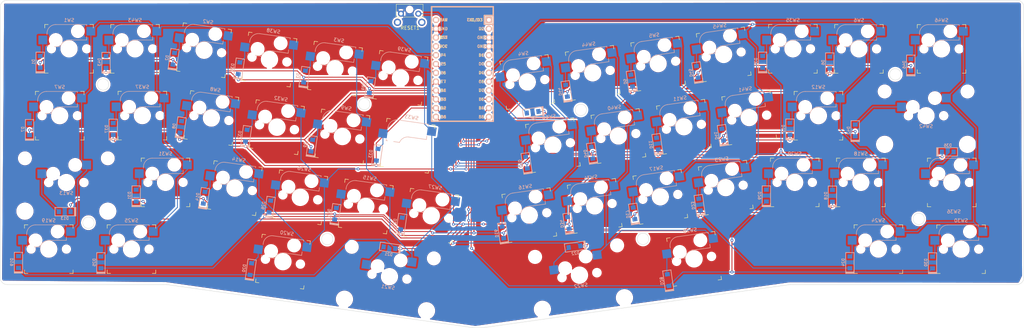
<source format=kicad_pcb>
(kicad_pcb (version 20210126) (generator pcbnew)
  (layers (0 "F.Cu" signal "Front") (31 "B.Cu" signal "Back") (34 "B.Paste" user) (35 "F.Paste" user) (36 "B.SilkS" user "B.Silkscreen") (37 "F.SilkS" user "F.Silkscreen") (38 "B.Mask" user) (39 "F.Mask" user) (44 "Edge.Cuts" user))
  (net 0 "")
  (net 1 "Net-(D1-Pad2)")
  (net 2 "ROW0")
  (net 3 "Net-(D2-Pad2)")
  (net 4 "ROW1")
  (net 5 "Net-(D3-Pad2)")
  (net 6 "ROW2")
  (net 7 "Net-(D4-Pad2)")
  (net 8 "ROW3")
  (net 9 "Net-(D5-Pad2)")
  (net 10 "ROW4")
  (net 11 "Net-(D6-Pad2)")
  (net 12 "ROW5")
  (net 13 "Net-(D7-Pad2)")
  (net 14 "ROW6")
  (net 15 "Net-(D8-Pad2)")
  (net 16 "ROW7")
  (net 17 "Net-(D9-Pad2)")
  (net 18 "Net-(D10-Pad2)")
  (net 19 "Net-(D11-Pad2)")
  (net 20 "Net-(D12-Pad2)")
  (net 21 "Net-(D13-Pad2)")
  (net 22 "Net-(D14-Pad2)")
  (net 23 "Net-(D15-Pad2)")
  (net 24 "Net-(D16-Pad2)")
  (net 25 "Net-(D17-Pad2)")
  (net 26 "Net-(D18-Pad2)")
  (net 27 "Net-(D19-Pad2)")
  (net 28 "Net-(D20-Pad2)")
  (net 29 "Net-(D21-Pad2)")
  (net 30 "Net-(D22-Pad2)")
  (net 31 "Net-(D23-Pad2)")
  (net 32 "Net-(D24-Pad2)")
  (net 33 "Net-(D25-Pad2)")
  (net 34 "Net-(D26-Pad2)")
  (net 35 "Net-(D27-Pad2)")
  (net 36 "Net-(D28-Pad2)")
  (net 37 "Net-(D29-Pad2)")
  (net 38 "Net-(D30-Pad2)")
  (net 39 "Net-(D31-Pad2)")
  (net 40 "Net-(D32-Pad2)")
  (net 41 "Net-(D33-Pad2)")
  (net 42 "Net-(D34-Pad2)")
  (net 43 "Net-(D35-Pad2)")
  (net 44 "Net-(D36-Pad2)")
  (net 45 "Net-(D37-Pad2)")
  (net 46 "Net-(D38-Pad2)")
  (net 47 "Net-(D39-Pad2)")
  (net 48 "Net-(D40-Pad2)")
  (net 49 "Net-(D41-Pad2)")
  (net 50 "Net-(D42-Pad2)")
  (net 51 "Net-(D43-Pad2)")
  (net 52 "Net-(D44-Pad2)")
  (net 53 "Net-(D45-Pad2)")
  (net 54 "Net-(D46-Pad2)")
  (net 55 "SCL")
  (net 56 "SDA")
  (net 57 "VCC")
  (net 58 "GND")
  (net 59 "/RESET")
  (net 60 "COL0")
  (net 61 "COL1")
  (net 62 "COL2")
  (net 63 "COL3")
  (net 64 "COL4")
  (net 65 "COL5")
  (net 67 "ENC_A")
  (net 68 "ENC_B")
  (footprint "keyswitches:Kailh_socket_MX" (layer "F.Cu") (at 294.5 118.24)
    (fp_text reference "SW29")
    (fp_text value "MXSwitch")
  )
  (footprint "keyswitches:Kailh_socket_MX" (layer "F.Cu") (at 145.29 102.34 -8)
    (fp_text reference "SW32")
    (fp_text value "MXSwitch")
  )
  (footprint "keebio:SW_Tactile_SPST_Angled_MJTP1117" (layer "F.Cu") (at 181.025 69.6225)
    (fp_text reference "RESET1")
    (fp_text value "SW_Push")
  )
  (footprint "keyswitches:Kailh_socket_MX" (layer "F.Cu") (at 162.02 85.47 -8)
    (fp_text reference "SW3")
    (fp_text value "MXSwitch")
  )
  (footprint "keyswitches:Kailh_socket_MX" (layer "F.Cu") (at 236.85 125.03 8)
    (fp_text reference "SW34")
    (fp_text value "MXSwitch")
  )
  (footprint "keyswitches:Kailh_socket_MX" (layer "F.Cu") (at 106.5 99)
    (fp_text reference "SW37")
    (fp_text value "MXSwitch")
  )
  (footprint "MX_Only:MXOnly-2.25U-Hotswap" (layer "F.Cu") (at 232.46 144.97 8)
    (fp_text reference "SW22")
    (fp_text value "MXSwitch")
  )
  (footprint "keyswitches:Kailh_socket_MX" (layer "F.Cu") (at 79.53 137.47)
    (fp_text reference "SW19")
    (fp_text value "MXSwitch")
  )
  (footprint "keyswitches:Kailh_socket_MX" (layer "F.Cu") (at 189.75 127.86 -8)
    (fp_text reference "SW27")
    (fp_text value "MXSwitch")
  )
  (footprint "keyswitches:Kailh_socket_MX" (layer "F.Cu") (at 262.56 102.21 8)
    (fp_text reference "SW11")
    (fp_text value "MXSwitch")
  )
  (footprint "keyswitches:Kailh_socket_MX" (layer "F.Cu") (at 182.96 107.69 -8)
    (fp_text reference "SW33")
    (fp_text value "MXSwitch")
  )
  (footprint "keyswitches:Kailh_socket_MX" (layer "F.Cu") (at 243.69 104.88 8)
    (fp_text reference "SW40")
    (fp_text value "MXSwitch")
  )
  (footprint "keyswitches:Kailh_socket_MX" (layer "F.Cu") (at 218.01 127.7 8)
    (fp_text reference "SW16")
    (fp_text value "MXSwitch")
  )
  (footprint "keyswitches:Kailh_socket_MX" (layer "F.Cu") (at 104.39 79.75)
    (fp_text reference "SW43")
    (fp_text value "MXSwitch")
  )
  (footprint "keyswitches:Kailh_socket_MX" (layer "F.Cu") (at 170.9 125.18 -8)
    (fp_text reference "SW15")
    (fp_text value "MXSwitch")
  )
  (footprint "keyswitches:Kailh_socket_MX" (layer "F.Cu") (at 152.02 122.55 -8)
    (fp_text reference "SW26")
    (fp_text value "MXSwitch")
  )
  (footprint "keyswitches:Kailh_socket_MX" (layer "F.Cu") (at 281.38 99.57 8)
    (fp_text reference "SW41")
    (fp_text value "MXSwitch")
  )
  (footprint "keyswitches:Kailh_socket_MX" (layer "F.Cu") (at 113.17 118.24)
    (fp_text reference "SW31")
    (fp_text value "MXSwitch")
  )
  (footprint "keyswitches:Kailh_socket_MX" (layer "F.Cu") (at 342.44 137.49)
    (fp_text reference "SW30")
    (fp_text value "MXSwitch")
  )
  (footprint "keyswitches:Kailh_socket_MX" (layer "F.Cu") (at 180.9 88.13 -8)
    (fp_text reference "SW39")
    (fp_text value "MXSwitch")
  )
  (footprint "keyswitches:Kailh_socket_MX" (layer "F.Cu") (at 133.15 119.9 -8)
    (fp_text reference "SW14")
    (fp_text value "MXSwitch")
  )
  (footprint "keyswitches:Kailh_socket_MX" (layer "F.Cu") (at 265.49 140.280001 8)
    (fp_text reference "SW28")
    (fp_text value "MXSwitch")
  )
  (footprint "keyswitches:Kailh_socket_MX" (layer "F.Cu") (at 126.39 99.71 -8)
    (fp_text reference "SW8")
    (fp_text value "MXSwitch")
  )
  (footprint "keyswitches:Kailh_socket_MX" (layer "F.Cu") (at 224.81 107.53 8)
    (fp_text reference "SW10")
    (fp_text value "MXSwitch")
  )
  (footprint "keyswitches:Kailh_socket_MX" (layer "F.Cu") (at 143.13 82.83 -8)
    (fp_text reference "SW38")
    (fp_text value "MXSwitch")
  )
  (footprint "keyswitches:Kailh_socket_MX" (layer "F.Cu") (at 103.36 137.47)
    (fp_text reference "SW25")
    (fp_text value "MXSwitch")
  )
  (footprint "keyswitches:Kailh_socket_MX" (layer "F.Cu") (at 313 79.77)
    (fp_text reference "SW6")
    (fp_text value "MXSwitch")
  )
  (footprint "keyswitches:Kailh_socket_MX" (layer "F.Cu") (at 236.28 86.675031 8)
    (fp_text reference "SW44")
    (fp_text value "MXSwitch")
  )
  (footprint "keyswitches:Kailh_socket_MX" (layer "F.Cu") (at 293.97 79.75)
    (fp_text reference "SW35")
    (fp_text value "MXSwitch")
  )
  (footprint "keyswitches:Kailh_socket_MX" (layer "F.Cu") (at 217.44 89.325031 8)
    (fp_text reference "SW4")
    (fp_text value "MXSwitch")
  )
  (footprint "keyswitches:Kailh_socket_MX" (layer "F.Cu") (at 124.29 80.17 -8)
    (fp_text reference "SW2")
    (fp_text value "MXSwitch")
  )
  (footprint "keyswitches:Kailh_socket_MX" (layer "F.Cu") (at 164.14 105.02 -8)
    (fp_text reference "SW9")
    (fp_text value "MXSwitch")
  )
  (footprint "keyswitches:Kailh_socket_MX" (layer "F.Cu") (at 318.61 137.47)
    (fp_text reference "SW24")
    (fp_text value "MXSwitch")
  )
  (footprint "keyswitches:Kailh_socket_MX" (layer "F.Cu") (at 255.77 122.41 8)
    (fp_text reference "SW17")
    (fp_text value "MXSwitch")
  )
  (footprint "keyswitches:Kailh_socket_MX" (layer "F.Cu") (at 147.01 141.08 -8)
    (fp_text reference "SW20")
    (fp_text value "MXSwitch")
  )
  (footprint "keyswitches:Kailh_socket_MX" (layer "F.Cu") (at 274.03 81.365031 8)
    (fp_text reference "SW45")
    (fp_text value "MXSwitch")
  )
  (footprint "keyswitches:Kailh_socket_MX" (layer "F.Cu") (at 336.805 79.77)
    (fp_text reference "SW46")
    (fp_text value "MXSwitch")
  )
  (footprint "MX_Only:MXOnly-2U-Hotswap" (layer "F.Cu") (at 177.71 145.4 -8)
    (fp_text reference "SW21")
    (fp_text value "MXSwitch")
  )
  (footprint "keyswitches:Kailh_socket_MX" (layer "F.Cu") (at 301.33 99.03)
    (fp_text reference "SW12")
    (fp_text value "MXSwitch")
  )
  (footprint "keyswitches:Kailh_socket_MX" (layer "F.Cu") (at 255.15 84.025031 8)
    (fp_text reference "SW5")
    (fp_text value "MXSwitch")
  )
  (footprint "keyswitches:Kailh_socket_MX" (layer "F.Cu") (at 82.69 99.02)
    (fp_text reference "SW7")
    (fp_text value "MXSwitch")
  )
  (footprint "keyswitches:Kailh_socket_MX" (layer "F.Cu") (at 85.37 79.74)
    (fp_text reference "SW1")
    (fp_text value "MXSwitch")
  )
  (footprint "MX_Only:MXOnly-2U-Hotswap" (layer "F.Cu") (at 332.35 99.02555)
    (fp_text reference "SW42")
    (fp_text value "MXSwitch")
  )
  (footprint "keyswitches:Kailh_socket_MX" (layer "F.Cu") (at 339.75 118.26)
    (fp_text reference "SW36")
    (fp_text value "MXSwitch")
  )
  (footprint "keyswitches:Kailh_socket_MX" (layer "F.Cu") (at 274.62 119.76 8)
    (fp_text reference "SW23")
    (fp_text value "MXSwitch")
  )
  (footprint "MX_Only:MXOnly-2U-Hotswap" (layer "F.Cu") (at 84.6 118.28555)
    (fp_text reference "SW13")
    (fp_text value "MXSwitch")
  )
  (footprint "keyswitches:Kailh_socket_MX" (layer "F.Cu") (at 313.55 118.25)
    (fp_text reference "SW18")
    (fp_text value "MXSwitch")
  )
  (footprint "keyboard_parts:D_SOD123" (layer "B.Cu") (at 229.26025 129.918475 98)
    (fp_text reference "D34")
    (fp_text value "1N4148" hide)
  )
  (footprint "keyboard_parts:D_SOD123" (layer "B.Cu") (at 305.37 122.1075 90)
    (fp_text reference "D18")
    (fp_text value "1N4148" hide)
  )
  (footprint "keyboard_parts:D_SOD123" (layer "B.Cu") (at 236.08025 109.698475 98)
    (fp_text reference "D40")
    (fp_text value "1N4148" hide)
  )
  (footprint "keyboard_parts:D_SOD123" (layer "B.Cu") (at 231.04 136.78 -172)
    (fp_text reference "D22")
    (fp_text value "1N4148" hide)
  )
  (footprint "keyboard_parts:D_SOD123" (layer "B.Cu") (at 137.759751 143.228475 82)
    (fp_text reference "D20")
    (fp_text value "1N4148" hide)
  )
  (footprint "keyboard_parts:D_SOD123" (layer "B.Cu") (at 267.08025 124.648475 98)
    (fp_text reference "D23")
    (fp_text value "1N4148" hide)
  )
  (footprint "keyboard_parts:D_SOD123" (layer "B.Cu") (at 247.52025 88.898475 98)
    (fp_text reference "D5")
    (fp_text value "1N4148" hide)
  )
  (footprint "keyboard_parts:D_SOD123" (layer "B.Cu") (at 124.3 122.66 82)
    (fp_text reference "D14")
    (fp_text value "1N4148" hide)
  )
  (footprint "keyboard_parts:D_SOD123" (layer "B.Cu") (at 115.539751 82.608475 82)
    (fp_text reference "D2")
    (fp_text value "1N4148" hide)
  )
  (footprint "keyboard_parts:D_SOD123" (layer "B.Cu") (at 293.13 102.7875 90)
    (fp_text reference "D12")
    (fp_text value "1N4148" hide)
  )
  (footprint "keyboard_parts:D_SOD123" (layer "B.Cu") (at 155.329751 107.648475 82)
    (fp_text reference "D9")
    (fp_text value "1N4148" hide)
  )
  (footprint "keyboard_parts:D_SOD123" (layer "B.Cu") (at 96.03 83.5675 90)
    (fp_text reference "D43")
    (fp_text value "1N4148" hide)
  )
  (footprint "keyboard_parts:D_SOD123" (layer "B.Cu") (at 181.169751 130.098475 82)
    (fp_text reference "D27")
    (fp_text value "1N4148" hide)
  )
  (footprint "keyboard_parts:D_SOD123" (layer "B.Cu") (at 84.13 126.68 180)
    (fp_text reference "D13")
    (fp_text value "1N4148" hide)
  )
  (footprint "keyboard_parts:D_SOD123" (layer "B.Cu") (at 94.56 141.2975 90)
    (fp_text reference "D25")
    (fp_text value "1N4148" hide)
  )
  (footprint "keyboard_parts:D_SOD123" (layer "B.Cu") (at 210.41025 132.668475 98)
    (fp_text reference "D16")
    (fp_text value "1N4148" hide)
  )
  (footprint "keyboard_parts:D_SOD123" (layer "B.Cu") (at 217.20025 112.558475 98)
    (fp_text reference "D10")
    (fp_text value "1N4148" hide)
  )
  (footprint "keyboard_parts:D_SOD123" (layer "B.Cu") (at 134.349751 85.338475 82)
    (fp_text reference "D38")
    (fp_text value "1N4148" hide)
  )
  (footprint "keyboard_parts:D_SOD123" (layer "B.Cu") (at 172.139751 90.768475 82)
    (fp_text reference "D39")
    (fp_text value "1N4148" hide)
  )
  (footprint "keyboard_parts:D_SOD123" (layer "B.Cu") (at 77.05 83.5175 90)
    (fp_text reference "D1")
    (fp_text value "1N4148" hide)
  )
  (footprint "keyboard_parts:D_SOD123" (layer "B.Cu") (at 286.33 122.0475 90)
    (fp_text reference "D29")
    (fp_text value "1N4148" hide)
  )
  (footprint "keyboard_parts:D_SOD123" (layer "B.Cu") (at 73.99 102.9175 90)
    (fp_text reference "D7")
    (fp_text value "1N4148" hide)
  )
  (footprint "keyboard_parts:D_SOD123" (layer "B.Cu") (at 310.4 141.2775 90)
    (fp_text reference "D24")
    (fp_text value "1N4148" hide)
  )
  (footprint "keyboard_parts:D_SOD123" (layer "B.Cu") (at 304.6 83.7075 90)
    (fp_text reference "D6")
    (fp_text value "1N4148" hide)
  )
  (footprint "keyboard_parts:D_SOD123" (layer "B.Cu") (at 266.42025 86.398475 98)
    (fp_text reference "D45")
    (fp_text value "1N4148" hide)
  )
  (footprint "keyboard_parts:D_SOD123" (layer "B.Cu") (at 153.229751 87.738475 82)
    (fp_text reference "D3")
    (fp_text value "1N4148" hide)
  )
  (footprint "keyboard_parts:D_SOD123" (layer "B.Cu") (at 273.76025 104.488475 98)
    (fp_text reference "D41")
    (fp_text value "1N4148" hide)
  )
  (footprint "keyboard_parts:D_SOD123" (layer "B.Cu") (at 334.21 141.3275 90)
    (fp_text reference "D30")
    (fp_text value "1N4148" hide)
  )
  (footprint "keyboard_parts:D_SOD123" (layer "B.Cu") (at 285.25 83.4975 90)
    (fp_text reference "D35")
    (fp_text value "1N4148" hide)
  )
  (footprint "keyboard_parts:D_SOD123" (layer "B.Cu") (at 218.97 98.03 -172)
    (fp_text reference "D4")
    (fp_text value "1N4148" hide)
  )
  (footprint "keyboard_parts:D_SOD123" (layer "B.Cu") (at 338.6 109.46)
    (fp_text reference "D36")
    (fp_text value "1N4148" hide)
  )
  (footprint "keyboard_parts:D_SOD123" (layer "B.Cu") (at 98.1 102.8275 90)
    (fp_text reference "D37")
    (fp_text value "1N4148" hide)
  )
  (footprint "keyboard_parts:D_SOD123" (layer "B.Cu") (at 228.73025 91.848475 98)
    (fp_text reference "D44")
    (fp_text value "1N4148" hide)
  )
  (footprint "keebio:ArduinoProMicro" (layer "B.Cu") (at 198.73 85.39 -90)
    (fp_text reference "U1" hide)
    (fp_text value "ProMicro" hide)
  )
  (footprint "keyboard_parts:D_SOD123" (layer "B.Cu") (at 311.93 103.27 90)
    (fp_text reference "D42")
    (fp_text value "1N4148" hide)
  )
  (footprint "keyboard_parts:D_SOD123" (layer "B.Cu") (at 162.169751 127.278475 82)
    (fp_text reference "D15")
    (fp_text value "1N4148" hide)
  )
  (footprint "keyboard_parts:D_SOD123" (layer "B.Cu") (at 104.71 122.0475 90)
    (fp_text reference "D31")
    (fp_text value "1N4148" hide)
  )
  (footprint "keyboard_parts:D_SOD123" (layer "B.Cu") (at 254.91025 107.078475 98)
    (fp_text reference "D11")
    (fp_text value "1N4148" hide)
  )
  (footprint "keyboard_parts:D_SOD123" (layer "B.Cu") (at 248.19025 127.158475 98)
    (fp_text reference "D17")
    (fp_text value "1N4148" hide)
  )
  (footprint "keyboard_parts:D_SOD123" (layer "B.Cu") (at 117.569751 102.268475 82)
    (fp_text reference "D8")
    (fp_text value "1N4148" hide)
  )
  (footprint "keyboard_parts:D_SOD123" (layer "B.Cu") (at 174.169751 110.258475 82)
    (fp_text reference "D33")
    (fp_text value "1N4148" hide)
  )
  (footprint "keyboard_parts:D_SOD123" (layer "B.Cu") (at 258.020249 146.398475 98)
    (fp_text reference "D28")
    (fp_text value "1N4148" hide)
  )
  (footprint "keyboard_parts:D_SOD123" (layer "B.Cu") (at 327.96 84.36 90)
    (fp_text reference "D46")
    (fp_text value "1N4148" hide)
  )
  (footprint "keyboard_parts:D_SOD123" (layer "B.Cu") (at 70.8 141.1875 90)
    (fp_text reference "D19")
    (fp_text value "1N4148" hide)
  )
  (footprint "keyboard_parts:D_SOD123" (layer "B.Cu") (at 177.72 137.05 172)
    (fp_text reference "D21")
    (fp_text value "1N4148" hide)
  )
  (footprint "keyboard_parts:D_SOD123" (layer "B.Cu") (at 143.239751 125.178475 82)
    (fp_text reference "D26")
    (fp_text value "1N4148" hide)
  )
  (footprint "keyboard_parts:D_SOD123" (layer "B.Cu") (at 136.449751 104.768475 82)
    (fp_text reference "D32")
    (fp_text value "1N4148" hide)
  )
  (gr_arc (start 358.52 67.73) (end 360.52 67.73006) (angle -90.00174353) (layer "Edge.Cuts") (width 0.1))
  (gr_circle (center 330.23746 128.750352) (end 331.88746 128.750352) (layer "Edge.Cuts") (width 0.1) (fill none))
  (gr_line (start 183.863332 65.73) (end 67.53556 65.73) (layer "Edge.Cuts") (width 0.1))
  (gr_circle (center 323.477109 87.117916) (end 325.127109 87.117916) (layer "Edge.Cuts") (width 0.1) (fill none))
  (gr_line (start 358.52 65.73) (end 222.363332 65.73) (layer "Edge.Cuts") (width 0.1))
  (gr_line (start 113.437514 147.679253) (end 201.633889 160.074438) (layer "Edge.Cuts") (width 0.1))
  (gr_circle (center 250.784413 134.521942) (end 252.434413 134.521942) (layer "Edge.Cuts") (width 0.1) (fill none))
  (gr_arc (start 203.303965 148.191221) (end 201.633889 160.074438) (angle -16.00000305) (layer "Edge.Cuts") (width 0.1))
  (gr_circle (center 90.965971 129.855207) (end 92.615971 129.855207) (layer "Edge.Cuts") (width 0.1) (fill none))
  (gr_line (start 204.974044 160.074438) (end 293.170291 147.679253) (layer "Edge.Cuts") (width 0.1))
  (gr_arc (start 67.535561 145.679253) (end 65.535561 145.679253) (angle -90) (layer "Edge.Cuts") (width 0.1))
  (gr_circle (center 95.186098 90.021329) (end 96.836098 90.021329) (layer "Edge.Cuts") (width 0.1) (fill none))
  (gr_line (start 65.535561 67.73) (end 65.535561 145.679253) (layer "Edge.Cuts") (width 0.1))
  (gr_circle (center 232.869999 97.343912) (end 234.519999 97.343912) (layer "Edge.Cuts") (width 0.1) (fill none))
  (gr_line (start 360.517628 145.679313) (end 360.52 67.73006) (layer "Edge.Cuts") (width 0.1))
  (gr_arc (start 67.535561 67.73) (end 67.53556 65.73) (angle -90) (layer "Edge.Cuts") (width 0.1))
  (gr_line (start 293.170291 147.679253) (end 358.517628 147.679252) (layer "Edge.Cuts") (width 0.1))
  (gr_circle (center 159.795207 134.57969) (end 161.445207 134.57969) (layer "Edge.Cuts") (width 0.1) (fill none))
  (gr_line (start 67.53556 147.679253) (end 113.437514 147.679253) (layer "Edge.Cuts") (width 0.1))
  (gr_line (start 222.363332 65.73) (end 183.863332 65.73) (layer "Edge.Cuts") (width 0.1))
  (gr_arc (start 358.517628 145.679253) (end 358.517628 147.679252) (angle -89.99825647) (layer "Edge.Cuts") (width 0.1))
  (gr_circle (center 170.448454 95.672181) (end 172.098454 95.672181) (layer "Edge.Cuts") (width 0.1) (fill none))
  (segment (start 77.81 77.2) (end 77.81 81.1075) (width 0.25) (layer "B.Cu") (net 1))
  (segment (start 77.81 81.1075) (end 77.05 81.8675) (width 0.25) (layer "B.Cu") (net 1))
  (segment (start 247.75 92.08) (end 240.12 99.71) (width 0.25) (layer "F.Cu") (net 2))
  (segment (start 198.82 96.91) (end 199.07 97.16) (width 0.25) (layer "F.Cu") (net 2))
  (segment (start 191.11 89.2) (end 198.82 96.91) (width 0.25) (layer "F.Cu") (net 2))
  (segment (start 199.07 106.38) (end 199.08 106.39) (width 0.25) (layer "F.Cu") (net 2))
  (segment (start 304.6 86.9) (end 299.42 92.08) (width 0.25) (layer "F.Cu") (net 2))
  (segment (start 299.42 92.08) (end 247.75 92.08) (width 0.25) (layer "F.Cu") (net 2))
  (segment (start 191.11 89.2) (end 189.12 91.19) (width 0.25) (layer "F.Cu") (net 2))
  (segment (start 199.07 106.12) (end 199.07 106.38) (width 0.25) (layer "F.Cu") (net 2))
  (segment (start 224.14 99.71) (end 222.26 97.83) (width 0.25) (layer "F.Cu") (net 2))
  (segment (start 189.12 91.19) (end 173.2 91.19) (width 0.25) (layer "F.Cu") (net 2))
  (segment (start 199.07 97.16) (end 199.07 106.12) (width 0.25) (layer "F.Cu") (net 2))
  (segment (start 169.95 87.94) (end 169.97 87.94) (width 0.25) (layer "F.Cu") (net 2))
  (segment (start 224.14 99.71) (end 212.38 99.71) (width 0.25) (layer "F.Cu") (net 2))
  (segment (start 153.01 87.94) (end 151.15998 86.08998) (width 0.25) (layer "F.Cu") (net 2))
  (segment (start 153.01 87.94) (end 169.95 87.94) (width 0.25) (layer "F.Cu") (net 2))
  (segment (start 212.38 99.71) (end 205.75 106.34) (width 0.25) (layer "F.Cu") (net 2))
  (segment (start 173.2 91.19) (end 169.95 87.94) (width 0.25) (layer "F.Cu") (net 2))
  (segment (start 118.54998 86.08998) (end 115.3 82.84) (width 0.25) (layer "F.Cu") (net 2))
  (segment (start 151.15998 86.08998) (end 118.54998 86.08998) (width 0.25) (layer "F.Cu") (net 2))
  (segment (start 240.12 99.71) (end 224.14 99.71) (width 0.25) (layer "F.Cu") (net 2))
  (segment (start 115.3 82.84) (end 77.89 82.84) (width 0.25) (layer "F.Cu") (net 2))
  (segment (start 77.89 82.84) (end 77.04 83.69) (width 0.25) (layer "F.Cu") (net 2))
  (via (at 304.6 86.9) (size 0.8) (drill 0.4) (layers "F.Cu" "B.Cu") (net 2))
  (via (at 115.3 82.84) (size 0.8) (drill 0.4) (layers "F.Cu" "B.Cu") (net 2))
  (via (at 153.01 87.94) (size 0.8) (drill 0.4) (layers "F.Cu" "B.Cu") (net 2))
  (via (at 247.75 92.08) (size 0.8) (drill 0.4) (layers "F.Cu" "B.Cu") (net 2))
  (via (at 222.26 97.83) (size 0.8) (drill 0.4) (layers "F.Cu" "B.Cu") (net 2))
  (via (at 77.04 83.69) (size 0.8) (drill 0.4) (layers "F.Cu" "B.Cu") (net 2))
  (via (at 199.08 106.39) (size 0.8) (drill 0.4) (layers "F.Cu" "B.Cu") (net 2))
  (via (at 205.75 106.34) (size 0.8) (drill 0.4) (layers "F.Cu" "B.Cu") (net 2))
  (segment (start 77.04 85.1575) (end 77.05 85.1675) (width 0.25) (layer "B.Cu") (net 2))
  (segment (start 115.310115 84.242417) (end 115.310115 82.850115) (width 0.25) (layer "B.Cu") (net 2))
  (segment (start 77.04 83.69) (end 77.04 85.1575) (width 0.25) (layer "B.Cu") (net 2))
  (segment (start 199.13 106.34) (end 199.08 106.39) (width 0.25) (layer "B.Cu") (net 2))
  (segment (start 153.000115 87.949885) (end 153.01 87.94) (width 0.25) (layer "B.Cu") (net 2))
  (segment (start 247.749886 90.532417) (end 247.749886 92.079886) (width 0.25) (layer "B.Cu") (net 2))
  (segment (start 247.749886 92.079886) (end 247.75 92.08) (width 0.25) (layer "B.Cu") (net 2))
  (segment (start 222.230364 97.800364) (end 222.26 97.83) (width 0.25) (layer "B.Cu") (net 2))
  (segment (start 205.75 106.34) (end 199.13 106.34) (width 0.25) (layer "B.Cu") (net 2))
  (segment (start 304.6 85.3575) (end 304.6 86.9) (width 0.25) (layer "B.Cu") (net 2))
  (segment (start 115.310115 82.850115) (end 115.3 82.84) (width 0.25) (layer "B.Cu") (net 2))
  (segment (start 220.603942 97.800364) (end 222.230364 97.800364) (width 0.25) (layer "B.Cu") (net 2))
  (segment (start 153.000115 89.372417) (end 153.000115 87.949885) (width 0.25) (layer "B.Cu") (net 2))
  (segment (start 117.157073 76.60257) (end 117.157073 79.586847) (width 0.25) (layer "B.Cu") (net 3))
  (segment (start 117.157073 79.586847) (end 115.769387 80.974533) (width 0.25) (layer "B.Cu") (net 3))
  (segment (start 191.11 94.28) (end 189.31 92.48) (width 0.25) (layer "F.Cu") (net 4))
  (segment (start 155.11 107.91) (end 153.12 105.92) (width 0.25) (layer "F.Cu") (net 4))
  (segment (start 155.11 104.04) (end 155.92 103.23) (width 0.25) (layer "F.Cu") (net 4))
  (segment (start 114.51 103.17) (end 117.26 105.92) (width 0.25) (layer "F.Cu") (net 4))
  (segment (start 166.67 92.48) (end 189.31 92.48) (width 0.25) (layer "F.Cu") (net 4))
  (segment (start 197.57 102.67) (end 197.57 112.71) (width 0.25) (layer "F.Cu") (net 4))
  (segment (start 270.532995 110.34) (end 255.15 110.34) (width 0.25) (layer "F.Cu") (net 4))
  (segment (start 274.862995 106.01) (end 270.532995 110.34) (width 0.25) (layer "F.Cu") (net 4))
  (segment (start 155.92 103.23) (end 166.67 92.48) (width 0.25) (layer "F.Cu") (net 4))
  (segment (start 293.12 106.01) (end 274.862995 106.01) (width 0.25) (layer "F.Cu") (net 4))
  (segment (start 255.15 110.34) (end 219.81 110.34) (width 0.25) (layer "F.Cu") (net 4))
  (segment (start 191.11 94.28) (end 197.57 100.74) (width 0.25) (layer "F.Cu") (net 4))
  (segment (start 74 103.17) (end 114.51 103.17) (width 0.25) (layer "F.Cu") (net 4))
  (segment (start 153.12 105.92) (end 117.26 105.92) (width 0.25) (layer "F.Cu") (net 4))
  (segment (start 153.23 105.92) (end 166.67 92.48) (width 0.25) (layer "F.Cu") (net 4))
  (segment (start 219.81 110.34) (end 217.32 112.83) (width 0.25) (layer "F.Cu") (net 4))
  (segment (start 197.57 100.74) (end 197.57 102.67) (width 0.25) (layer "F.Cu") (net 4))
  (via (at 74 103.17) (size 0.8) (drill 0.4) (layers "F.Cu" "B.Cu") (net 4))
  (via (at 155.11 107.91) (size 0.8) (drill 0.4) (layers "F.Cu" "B.Cu") (net 4))
  (via (at 255.15 110.34) (size 0.8) (drill 0.4) (layers "F.Cu" "B.Cu") (net 4))
  (via (at 293.12 106.01) (size 0.8) (drill 0.4) (layers "F.Cu" "B.Cu") (net 4))
  (via (at 197.615 112.71) (size 0.8) (drill 0.4) (layers "F.Cu" "B.Cu") (net 4))
  (via (at 217.32 112.83) (size 0.8) (drill 0.4) (layers "F.Cu" "B.Cu") (net 4))
  (via (at 117.26 105.92) (size 0.8) (drill 0.4) (layers "F.Cu" "B.Cu") (net 4))
  (segment (start 217.32 112.83) (end 217.2 112.71) (width 0.25) (layer "B.Cu") (net 4))
  (segment (start 117.26 103.982532) (end 117.340115 103.902417) (width 0.25) (layer "B.Cu") (net 4))
  (segment (start 217.32 114.082531) (end 217.429886 114.192417) (width 0.25) (layer "B.Cu") (net 4))
  (segment (start 293.13 106) (end 293.12 106.01) (width 0.25) (layer "B.Cu") (net 4))
  (segment (start 73.99 103.18) (end 74 103.17) (width 0.25) (layer "B.Cu") (net 4))
  (segment (start 117.26 105.92) (end 117.26 103.982532) (width 0.25) (layer "B.Cu") (net 4))
  (segment (start 155.100115 107.919885) (end 155.11 107.91) (width 0.25) (layer "B.Cu") (net 4))
  (segment (start 73.99 104.5675) (end 73.99 103.18) (width 0.25) (layer "B.Cu") (net 4))
  (segment (start 255.139886 110.329886) (end 255.15 110.34) (width 0.25) (layer "B.Cu") (net 4))
  (segment (start 155.100115 109.282417) (end 155.100115 107.919885) (width 0.25) (layer "B.Cu") (net 4))
  (segment (start 217.2 112.71) (end 197.615 112.71) (width 0.25) (layer "B.Cu") (net 4))
  (segment (start 217.32 112.83) (end 217.32 114.082531) (width 0.25) (layer "B.Cu") (net 4))
  (segment (start 255.139886 108.712417) (end 255.139886 110.329886) (width 0.25) (layer "B.Cu") (net 4))
  (segment (start 293.13 104.4375) (end 293.13 106) (width 0.25) (layer "B.Cu") (net 4))
  (segment (start 154.887073 84.676847) (end 153.459387 86.104533) (width 0.25) (layer "B.Cu") (net 5))
  (segment (start 154.887073 81.90257) (end 154.887073 84.676847) (width 0.25) (layer "B.Cu") (net 5))
  (segment (start 206.35 99.36) (end 202.05 103.66) (width 0.25) (layer "F.Cu") (net 6))
  (segment (start 87.62 122.89) (end 85.81 124.7) (width 0.25) (layer "F.Cu") (net 6))
  (segment (start 128.521266 127.351266) (end 127.91 126.74) (width 0.25) (layer "F.Cu") (net 6))
  (segment (start 210.63 132.8) (end 211.70002 131.72998) (width 0.25) (layer "F.Cu") (net 6))
  (segment (start 176.09 127.59) (end 162.188734 127.59) (width 0.25) (layer "F.Cu") (net 6))
  (segment (start 248.43 127.31) (end 248.81 126.93) (width 0.25) (layer "F.Cu") (net 6))
  (segment (start 303.62 126.93) (end 305.4 125.15) (width 0.25) (layer "F.Cu") (net 6))
  (segment (start 190.15 132.8) (end 189.764989 132.414989) (width 0.25) (layer "F.Cu") (net 6))
  (segment (start 124.06 122.89) (end 127.91 126.74) (width 0.25) (layer "F.Cu") (net 6))
  (segment (start 269.11 126.93) (end 303.62 126.93) (width 0.25) (layer "F.Cu") (net 6))
  (segment (start 162.188734 127.59) (end 161.95 127.351266) (width 0.25) (layer "F.Cu") (net 6))
  (segment (start 206.35 99.36) (end 205.752848 99.36) (width 0.25) (layer "F.Cu") (net 6))
  (segment (start 202.05 103.66) (end 202.05 132.8) (width 0.25) (layer "F.Cu") (net 6))
  (segment (start 202.05 105.61) (end 202.05 132.8) (width 0.25) (layer "F.Cu") (net 6))
  (segment (start 180.914989 132.414989) (end 176.09 127.59) (width 0.25) (layer "F.Cu") (net 6))
  (segment (start 248.81 126.93) (end 269.11 126.93) (width 0.25) (layer "F.Cu") (net 6))
  (segment (start 161.95 127.351266) (end 128.521266 127.351266) (width 0.25) (layer "F.Cu") (net 6))
  (segment (start 189.764989 132.414989) (end 180.914989 132.414989) (width 0.25) (layer "F.Cu") (net 6))
  (segment (start 211.70002 131.72998) (end 244.01002 131.72998) (width 0.25) (layer "F.Cu") (net 6))
  (segment (start 124.06 122.89) (end 87.62 122.89) (width 0.25) (layer "F.Cu") (net 6))
  (segment (start 244.01002 131.72998) (end 248.43 127.31) (width 0.25) (layer "F.Cu") (net 6))
  (via (at 124.06 122.89) (size 0.8) (drill 0.4) (layers "F.Cu" "B.Cu") (net 6))
  (via (at 202.05 132.8) (size 0.8) (drill 0.4) (layers "F.Cu" "B.Cu") (net 6))
  (via (at 210.63 132.8) (size 0.8) (drill 0.4) (layers "F.Cu" "B.Cu") (net 6))
  (via (at 190.15 132.8) (size 0.8) (drill 0.4) (layers "F.Cu" "B.Cu") (net 6))
  (via (at 305.4 125.15) (size 0.8) (drill 0.4) (layers "F.Cu" "B.Cu") (net 6))
  (via (at 85.81 124.7) (size 0.8) (drill 0.4) (layers "F.Cu" "B.Cu") (net 6))
  (via (at 161.95 127.351266) (size 0.8) (drill 0.4) (layers "F.Cu" "B.Cu") (net 6))
  (via (at 248.43 127.31) (size 0.8) (drill 0.4) (layers "F.Cu" "B.Cu") (net 6))
  (segment (start 248.419886 127.320114) (end 248.43 127.31) (width 0.25) (layer "B.Cu") (net 6))
  (segment (start 161.940115 128.912417) (end 161.940115 127.361151) (width 0.25) (layer "B.Cu") (net 6))
  (segment (start 305.4 123.7875) (end 305.37 123.7575) (width 0.25) (layer "B.Cu") (net 6))
  (segment (start 124.070364 124.293942) (end 124.070364 122.900364) (width 0.25) (layer "B.Cu") (net 6))
  (segment (start 85.81 124.7) (end 85.81 126.65) (width 0.25) (layer "B.Cu") (net 6))
  (segment (start 201.5 132.8) (end 190.15 132.8) (width 0.25) (layer "B.Cu") (net 6))
  (segment (start 202.05 132.8) (end 201.5 132.8) (width 0.25) (layer "B.Cu") (net 6))
  (segment (start 210.639886 134.302417) (end 210.639886 132.809886) (width 0.25) (layer "B.Cu") (net 6))
  (segment (start 210.639886 132.809886) (end 210.63 132.8) (width 0.25) (layer "B.Cu") (net 6))
  (segment (start 305.4 125.15) (end 305.4 123.7875) (width 0.25) (layer "B.Cu") (net 6))
  (segment (start 248.419886 128.792417) (end 248.419886 127.320114) (width 0.25) (layer "B.Cu") (net 6))
  (segment (start 210.63 132.8) (end 202.05 132.8) (width 0.25) (layer "B.Cu") (net 6))
  (segment (start 124.070364 122.900364) (end 124.06 122.89) (width 0.25) (layer "B.Cu") (net 6))
  (segment (start 85.81 126.65) (end 85.78 126.68) (width 0.25) (layer "B.Cu") (net 6))
  (segment (start 161.940115 127.361151) (end 161.95 127.351266) (width 0.25) (layer "B.Cu") (net 6))
  (segment (start 209.600074 87.861899) (end 209.600074 90.523652) (width 0.25) (layer "B.Cu") (net 7))
  (segment (start 209.600074 90.523652) (end 217.336058 98.259636) (width 0.25) (layer "B.Cu") (net 7))
  (segment (start 204.56 94.28) (end 200.535 98.305) (width 0.25) (layer "F.Cu") (net 8))
  (segment (start 200.535 98.305) (end 200.535 125.42) (width 0.25) (layer "F.Cu") (net 8))
  (segment (start 262.94 132.18) (end 247.31 132.18) (width 0.25) (layer "F.Cu") (net 8))
  (segment (start 238.72 132.18) (end 234.36 136.54) (width 0.25) (layer "F.Cu") (net 8))
  (segment (start 200.535 125.42) (end 200.535 126.015) (width 0.25) (layer "F.Cu") (net 8))
  (segment (start 206.35 94.28) (end 206.16 94.28) (width 0.25) (layer "F.Cu") (net 8))
  (segment (start 194.22 137.32) (end 199.99 131.55) (width 0.25) (layer "F.Cu") (net 8))
  (segment (start 247.31 132.18) (end 238.72 132.18) (width 0.25) (layer "F.Cu") (net 8))
  (segment (start 205.4 94.28) (end 204.56 94.28) (width 0.25) (layer "F.Cu") (net 8))
  (segment (start 181.03 137.32) (end 194.22 137.32) (width 0.25) (layer "F.Cu") (net 8))
  (segment (start 267.32 127.8) (end 262.94 132.18) (width 0.25) (layer "F.Cu") (net 8))
  (segment (start 206.35 94.28) (end 205.4 94.28) (width 0.25) (layer "F.Cu") (net 8))
  (segment (start 200.535 129.19) (end 200.535 131.005) (width 0.25) (layer "F.Cu") (net 8))
  (segment (start 200.535 126.015) (end 200.51 126.04) (width 0.25) (layer "F.Cu") (net 8))
  (segment (start 200.535 131.005) (end 199.99 131.55) (width 0.25) (layer "F.Cu") (net 8))
  (via (at 181.03 137.32) (size 0.8) (drill 0.4) (layers "F.Cu" "B.Cu") (net 8))
  (via (at 195.98 135.75) (size 0.8) (drill 0.4) (layers "F.Cu" "B.Cu") (net 8))
  (via (at 234.36 136.54) (size 0.8) (drill 0.4) (layers "F.Cu" "B.Cu") (net 8))
  (via (at 200.535 129.19) (size 0.8) (drill 0.4) (layers "F.Cu" "B.Cu") (net 8))
  (via (at 200.51 126.04) (size 0.8) (drill 0.4) (layers "F.Cu" "B.Cu") (net 8))
  (via (at 267.32 127.8) (size 0.8) (drill 0.4) (layers "F.Cu" "B.Cu") (net 8))
  (segment (start 282.528802 142.9275) (end 267.401302 127.8) (width 0.25) (layer "B.Cu") (net 8))
  (segment (start 72.824917 144.862417) (end 137.530115 144.862417) (width 0.25) (layer "B.Cu") (net 8))
  (segment (start 267.401302 127.8) (end 267.32 127.8) (width 0.25) (layer "B.Cu") (net 8))
  (segment (start 267.309886 126.282417) (end 267.309886 127.789886) (width 0.25) (layer "B.Cu") (net 8))
  (segment (start 200.51 129.165) (end 200.535 129.19) (width 0.25) (layer "B.Cu") (net 8))
  (segment (start 310.4 142.9275) (end 282.528802 142.9275) (width 0.25) (layer "B.Cu") (net 8))
  (segment (start 176.704306 134.63) (end 179.353942 137.279636) (width 0.25) (layer "B.Cu") (net 8))
  (segment (start 70.8 142.8375) (end 72.824917 144.862417) (width 0.25) (layer "B.Cu") (net 8))
  (segment (start 211.11 135.73) (end 196 135.73) (width 0.25) (layer "B.Cu") (net 8))
  (segment (start 267.309886 127.789886) (end 267.32 127.8) (width 0.25) (layer "B.Cu") (net 8))
  (segment (start 234.36 136.54) (end 232.684306 136.54) (width 0.25) (layer "B.Cu") (net 8))
  (segment (start 232.673942 136.550364) (end 231.853578 135.73) (width 0.25) (layer "B.Cu") (net 8))
  (segment (start 166.24 134.63) (end 176.704306 134.63) (width 0.25) (layer "B.Cu") (net 8))
  (segment (start 232.684306 136.54) (end 232.673942 136.550364) (width 0.25) (layer "B.Cu") (net 8))
  (segment (start 179.353942 137.279636) (end 180.989636 137.279636) (width 0.25) (layer "B.Cu") (net 8))
  (segment (start 196 135.73) (end 195.98 135.75) (width 0.25) (layer "B.Cu") (net 8))
  (segment (start 156.007583 144.862417) (end 166.24 134.63) (width 0.25) (layer "B.Cu") (net 8))
  (segment (start 137.530115 144.862417) (end 156.007583 144.862417) (width 0.25) (layer "B.Cu") (net 8))
  (segment (start 180.989636 137.279636) (end 181.03 137.32) (width 0.25) (layer "B.Cu") (net 8))
  (segment (start 231.853578 135.73) (end 211.11 135.73) (width 0.25) (layer "B.Cu") (net 8))
  (segment (start 200.51 126.04) (end 200.51 129.165) (width 0.25) (layer "B.Cu") (net 8))
  (segment (start 247.310074 87.245073) (end 247.290614 87.264533) (width 0.25) (layer "B.Cu") (net 9))
  (segment (start 247.310074 82.561899) (end 247.310074 87.245073) (width 0.25) (layer "B.Cu") (net 9))
  (segment (start 201.26 101.91) (end 201.26 126.08) (width 0.25) (layer "F.Cu") (net 10))
  (segment (start 201.26 137.12) (end 201.39 137.25) (width 0.25) (layer "F.Cu") (net 10))
  (segment (start 276.41 134.94) (end 276.41 144.07) (width 0.25) (layer "F.Cu") (net 10))
  (segment (start 206.35 96.82) (end 201.26 101.91) (width 0.25) (layer "F.Cu") (net 10))
  (segment (start 193.504989 133.525011) (end 194.074989 133.525011) (width 0.25) (layer "F.Cu") (net 10))
  (segment (start 201.26 126.6) (end 201.26 137.12) (width 0.25) (layer "F.Cu") (net 10))
  (segment (start 180.94 133.14) (end 175.876266 128.076266) (width 0.25) (layer "F.Cu") (net 10))
  (segment (start 201.26 126.08) (end 201.26 126.6) (width 0.25) (layer "F.Cu") (net 10))
  (segment (start 194.334989 133.525011) (end 193.504989 133.525011) (width 0.25) (layer "F.Cu") (net 10))
  (segment (start 175.876266 128.076266) (end 141.746266 128.076266) (width 0.25) (layer "F.Cu") (net 10))
  (segment (start 181.325011 133.525011) (end 193.504989 133.525011) (width 0.25) (layer "F.Cu") (net 10))
  (segment (start 180.94 133.14) (end 181.325011 133.525011) (width 0.25) (layer "F.Cu") (net 10))
  (segment (start 201.26 126.6) (end 194.334989 133.525011) (width 0.25) (layer "F.Cu") (net 10))
  (via (at 276.41 144.07) (size 0.8) (drill 0.4) (layers "F.Cu" "B.Cu") (net 10))
  (via (at 141.746266 128.076266) (size 0.8) (drill 0.4) (layers "F.Cu" "B.Cu") (net 10))
  (via (at 201.39 137.25) (size 0.8) (drill 0.4) (layers "F.Cu" "B.Cu") (net 10))
  (via (at 180.94 133.14) (size 0.8) (drill 0.4) (layers "F.Cu" "B.Cu") (net 10))
  (via (at 276.41 134.94) (size 0.8) (drill 0.4) (layers "F.Cu" "B.Cu") (net 10))
  (segment (start 333.1175 144.07) (end 276.41 144.07) (width 0.25) (layer "B.Cu") (net 10))
  (segment (start 262.212302 144.07) (end 258.249885 148.032417) (width 0.25) (layer "B.Cu") (net 10))
  (segment (start 180.940115 133.139885) (end 180.94 133.14) (width 0.25) (layer "B.Cu") (net 10))
  (segment (start 276.41 133.6175) (end 276.41 134.94) (width 0.25) (layer "B.Cu") (net 10))
  (segment (start 143.010115 126.812417) (end 141.746266 128.076266) (width 0.25) (layer "B.Cu") (net 10))
  (segment (start 141.746266 128.076266) (end 126.875032 142.9475) (width 0.25) (layer "B.Cu") (net 10))
  (segment (start 258.249885 148.032417) (end 212.172417 148.032417) (width 0.25) (layer "B.Cu") (net 10))
  (segment (start 212.172417 148.032417) (end 201.39 137.25) (width 0.25) (layer "B.Cu") (net 10))
  (segment (start 334.21 142.9775) (end 333.1175 144.07) (width 0.25) (layer "B.Cu") (net 10))
  (segment (start 180.940115 131.732417) (end 180.940115 133.139885) (width 0.25) (layer "B.Cu") (net 10))
  (segment (start 276.41 144.07) (end 262.212302 144.07) (width 0.25) (layer "B.Cu") (net 10))
  (segment (start 286.33 123.6975) (end 276.41 133.6175) (width 0.25) (layer "B.Cu") (net 10))
  (segment (start 126.875032 142.9475) (end 94.56 142.9475) (width 0.25) (layer "B.Cu") (net 10))
  (segment (start 305.44 81.2175) (end 304.6 82.0575) (width 0.25) (layer "B.Cu") (net 11))
  (segment (start 305.44 77.23) (end 305.44 81.2175) (width 0.25) (layer "B.Cu") (net 11))
  (segment (start 290.53 109.17) (end 292.19 110.83) (width 0.25) (layer "F.Cu") (net 12))
  (segment (start 195.003491 134.256509) (end 198.99 130.27) (width 0.25) (layer "F.Cu") (net 12))
  (segment (start 265.464989 111.065011) (end 265.54 110.99) (width 0.25) (layer "F.Cu") (net 12))
  (segment (start 175.52826 128.801277) (end 180.983491 134.256509) (width 0.25) (layer "F.Cu") (net 12))
  (segment (start 229.51 122.59) (end 241.034989 111.065011) (width 0.25) (layer "F.Cu") (net 12))
  (segment (start 292.19 110.83) (end 336.98 110.83) (width 0.25) (layer "F.Cu") (net 12))
  (segment (start 229.51 130.27) (end 204.81 130.27) (width 0.25) (layer "F.Cu") (net 12))
  (segment (start 196.14 118.77) (end 196.14 130.31) (width 0.25) (layer "F.Cu") (net 12))
  (segment (start 229.51 122.59) (end 230.54 121.56) (width 0.25) (layer "F.Cu") (net 12))
  (segment (start 106.71 123.73) (end 111.781277 128.801277) (width 0.25) (layer "F.Cu") (net 12))
  (segment (start 241.034989 111.065011) (end 265.464989 111.065011) (width 0.25) (layer "F.Cu") (net 12))
  (segment (start 265.54 110.99) (end 288.71 110.99) (width 0.25) (layer "F.Cu") (net 12))
  (segment (start 288.71 110.99) (end 290.53 109.17) (width 0.25) (layer "F.Cu") (net 12))
  (segment (start 180.983491 134.256509) (end 181.006983 134.28) (width 0.25) (layer "F.Cu") (net 12))
  (segment (start 191.11 99.36) (end 196.14 104.39) (width 0.25) (layer "F.Cu") (net 12))
  (segment (start 229.49 130.29) (end 229.51 130.27) (width 0.25) (layer "F.Cu") (net 12))
  (segment (start 196.14 104.39) (end 196.14 118.77) (width 0.25) (layer "F.Cu") (net 12))
  (segment (start 180.983491 134.256509) (end 195.003491 134.256509) (width 0.25) (layer "F.Cu") (net 12))
  (segment (start 229.51 130.27) (end 229.51 122.59) (width 0.25) (layer "F.Cu") (net 12))
  (segment (start 111.781277 128.801277) (end 175.52826 128.801277) (width 0.25) (layer "F.Cu") (net 12))
  (via (at 336.98 110.83) (size 0.8) (drill 0.4) (layers "F.Cu" "B.Cu") (net 12))
  (via (at 204.81 130.27) (size 0.8) (drill 0.4) (layers "F.Cu" "B.Cu") (net 12))
  (via (at 106.71 123.73) (size 0.8) (drill 0.4) (layers "F.Cu" "B.Cu") (net 12))
  (via (at 290.53 109.17) (size 0.8) (drill 0.4) (layers "F.Cu" "B.Cu") (net 12))
  (via (at 196.14 130.31) (size 0.8) (drill 0.4) (layers "F.Cu" "B.Cu") (net 12))
  (via (at 198.99 130.27) (size 0.8) (drill 0.4) (layers "F.Cu" "B.Cu") (net 12))
  (via (at 229.51 130.27) (size 0.8) (drill 0.4) (layers "F.Cu" "B.Cu") (net 12))
  (segment (start 202.29 130.27) (end 204.81 130.27) (width 0.25) (layer "B.Cu") (net 12))
  (segment (start 198.99 130.27) (end 196.18 130.27) (width 0.25) (layer "B.Cu") (net 12))
  (segment (start 198.99 130.27) (end 202.29 130.27) (width 0.25) (layer "B.Cu") (net 12))
  (segment (start 336.98 109.49) (end 336.95 109.46) (width 0.25) (layer "B.Cu") (net 12))
  (segment (start 104.71 123.6975) (end 106.6775 123.6975) (width 0.25) (layer "B.Cu") (net 12))
  (segment (start 106.6775 123.6975) (end 106.71 123.73) (width 0.25) (layer "B.Cu") (net 12))
  (segment (start 229.51 131.532303) (end 229.489886 131.552417) (width 0.25) (layer "B.Cu") (net 12))
  (segment (start 290.53 90.4275) (end 290.53 109.17) (width 0.25) (layer "B.Cu") (net 12))
  (segment (start 229.51 130.27) (end 229.51 131.532303) (width 0.25) (layer "B.Cu") (net 12))
  (segment (start 336.98 110.83) (end 336.98 109.49) (width 0.25) (layer "B.Cu") (net 12))
  (segment (start 285.25 85.1475) (end 290.53 90.4275) (width 0.25) (layer "B.Cu") (net 12))
  (segment (start 196.18 130.27) (end 196.14 130.31) (width 0.25) (layer "B.Cu") (net 12))
  (segment (start 75.13 100.1275) (end 73.99 101.2675) (width 0.25) (layer "B.Cu") (net 13))
  (segment (start 75.13 96.48) (end 75.13 100.1275) (width 0.25) (layer "B.Cu") (net 13))
  (segment (start 99.95 107.81) (end 98.09 105.95) (width 0.25) (layer "F.Cu") (net 14))
  (segment (start 273.98 104.75) (end 269.33 109.4) (width 0.25) (layer "F.Cu") (net 14))
  (segment (start 235.83 109.88) (end 224.03 109.88) (width 0.25) (layer "F.Cu") (net 14))
  (segment (start 173.91 106.92) (end 173.91 113.37) (width 0.25) (layer "F.Cu") (net 14))
  (segment (start 224.03 109.88) (end 219.48 109.88) (width 0.25) (layer "F.Cu") (net 14))
  (segment (start 275.14 103.59) (end 273.98 104.75) (width 0.25) (layer "F.Cu") (net 14))
  (segment (start 243.47 109.4) (end 236.31 109.4) (width 0.25) (layer "F.Cu") (net 14))
  (segment (start 136.21 107.81) (end 99.95 107.81) (width 0.25) (layer "F.Cu") (net 14))
  (segment (start 184.01 96.82) (end 173.91 106.92) (width 0.25) (layer "F.Cu") (net 14))
  (segment (start 215.696983 113.38) (end 215.566983 113.51) (width 0.25) (layer "F.Cu") (net 14))
  (segment (start 196.89 102.626424) (end 196.89 113.59) (width 0.25) (layer "F.Cu") (net 14))
  (segment (start 236.31 109.4) (end 235.83 109.88) (width 0.25) (layer "F.Cu") (net 14))
  (segment (start 191.11 96.82) (end 184.01 96.82) (width 0.25) (layer "F.Cu") (net 14))
  (segment (start 217.18 112) (end 217.04 112.14) (width 0.25) (layer "F.Cu") (net 14))
  (segment (start 219.48 109.88) (end 219.3 109.88) (width 0.25) (layer "F.Cu") (net 14))
  (segment (start 236.31 109.4) (end 236.15 109.4) (width 0.25) (layer "F.Cu") (net 14))
  (segment (start 141.77 113.37) (end 136.21 107.81) (width 0.25) (layer "F.Cu") (net 14))
  (segment (start 191.11 96.846424) (end 196.89 102.626424) (width 0.25) (layer "F.Cu") (net 14))
  (segment (start 219.3 109.88) (end 219.196983 109.88) (width 0.25) (layer "F.Cu") (net 14))
  (segment (start 173.91 113.37) (end 141.77 113.37) (width 0.25) (layer "F.Cu") (net 14))
  (segment (start 191.11 96.82) (end 191.11 96.846424) (width 0.25) (layer "F.Cu") (net 14))
  (segment (start 311.93 103.59) (end 275.14 103.59) (width 0.25) (layer "F.Cu") (net 14))
  (segment (start 219.196983 109.88) (end 215.696983 113.38) (width 0.25) (layer "F.Cu") (net 14))
  (segment (start 269.33 109.4) (end 243.47 109.4) (width 0.25) (layer "F.Cu") (net 14))
  (segment (start 219.3 109.88) (end 217.18 112) (width 0.25) (layer "F.Cu") (net 14))
  (via (at 173.91 113.37) (size 0.8) (drill 0.4) (layers "F.Cu" "B.Cu") (net 14))
  (via (at 215.566983 113.51) (size 0.8) (drill 0.4) (layers "F.Cu" "B.Cu") (net 14))
  (via (at 236.31 109.4) (size 0.8) (drill 0.4) (layers "F.Cu" "B.Cu") (net 14))
  (via (at 98.09 105.95) (size 0.8) (drill 0.4) (layers "F.Cu" "B.Cu") (net 14))
  (via (at 136.21 107.81) (size 0.8) (drill 0.4) (layers "F.Cu" "B.Cu") (net 14))
  (via (at 273.98 104.75) (size 0.8) (drill 0.4) (layers "F.Cu" "B.Cu") (net 14))
  (via (at 196.89 113.59) (size 0.8) (drill 0.4) (layers "F.Cu" "B.Cu") (net 14))
  (via (at 311.93 103.59) (size 0.8) (drill 0.4) (layers "F.Cu" "B.Cu") (net 14))
  (segment (start 202.4 113.51) (end 215.566983 113.51) (width 0.25) (layer "B.Cu") (net 14))
  (segment (start 273.992303 106.12) (end 273.989886 106.122417) (width 0.25) (layer "B.Cu") (net 14))
  (segment (start 196.97 113.51) (end 215.566983 113.51) (width 0.25) (layer "B.Cu") (net 14))
  (segment (start 136.220115 106.402417) (end 136.220115 107.799885) (width 0.25) (layer "B.Cu") (net 14))
  (segment (start 274.09 106.222531) (end 273.989886 106.122417) (width 0.25) (layer "B.Cu") (net 14))
  (segment (start 98.09 105.95) (end 98.09 104.4875) (width 0.25) (layer "B.Cu") (net 14))
  (segment (start 173.940115 113.339885) (end 173.91 113.37) (width 0.25) (layer "B.Cu") (net 14))
  (segment (start 273.98 106.112531) (end 273.989886 106.122417) (width 0.25) (layer "B.Cu") (net 14))
  (segment (start 236.309886 111.332417) (end 236.309886 109.400114) (width 0.25) (layer "B.Cu") (net 14))
  (segment (start 98.09 104.4875) (end 98.1 104.4775) (width 0.25) (layer "B.Cu") (net 14))
  (segment (start 173.940115 111.892417) (end 173.940115 113.339885) (width 0.25) (layer "B.Cu") (net 14))
  (segment (start 236.309886 109.400114) (end 236.31 109.4) (width 0.25) (layer "B.Cu") (net 14))
  (segment (start 273.98 104.75) (end 273.98 106.112531) (width 0.25) (layer "B.Cu") (net 14))
  (segment (start 136.220115 107.799885) (end 136.21 107.81) (width 0.25) (layer "B.Cu") (net 14))
  (segment (start 311.93 104.92) (end 311.93 103.59) (width 0.25) (layer "B.Cu") (net 14))
  (segment (start 196.89 113.59) (end 196.97 113.51) (width 0.25) (layer "B.Cu") (net 14))
  (segment (start 119.257073 99.176847) (end 117.799387 100.634533) (width 0.25) (layer "B.Cu") (net 15))
  (segment (start 119.257073 96.14257) (end 119.257073 99.176847) (width 0.25) (layer "B.Cu") (net 15))
  (segment (start 191.11 91.74) (end 172.47 91.74) (width 0.25) (layer "F.Cu") (net 16))
  (segment (start 198.295 98.925) (end 197.805 98.435) (width 0.25) (layer "F.Cu") (net 16))
  (segment (start 229.92 91.12) (end 228.97 92.07) (width 0.25) (layer "F.Cu") (net 16))
  (segment (start 327.96 84.54) (end 268.79 84.54) (width 0.25) (layer "F.Cu") (net 16))
  (segment (start 134.15 88.67) (end 157.19 88.67) (width 0.25) (layer "F.Cu") (net 16))
  (segment (start 198.295 107.4) (end 198.295 98.925) (width 0.25) (layer "F.Cu") (net 16))
  (segment (start 197.805 98.435) (end 198.14 98.77) (width 0.25) (layer "F.Cu") (net 16))
  (segment (start 228.97 92.07) (end 218.71 92.07) (width 0.25) (layer "F.Cu") (net 16))
  (segment (start 169.4 88.67) (end 171.91 91.18) (width 0.25) (layer "F.Cu") (net 16))
  (segment (start 96.01 86.54) (end 132.02 86.54) (width 0.25) (layer "F.Cu") (net 16))
  (segment (start 198.14 107.245) (end 198.295 107.4) (width 0.25) (layer "F.Cu") (net 16))
  (segment (start 132.02 86.54) (end 134.15 88.67) (width 0.25) (layer "F.Cu") (net 16))
  (segment (start 268.79 84.54) (end 266.65 86.68) (width 0.25) (layer "F.Cu") (net 16))
  (segment (start 218.71 92.07) (end 203.41 107.37) (width 0.25) (layer "F.Cu") (net 16))
  (segment (start 157.19 88.67) (end 169.4 88.67) (width 0.25) (layer "F.Cu") (net 16))
  (segment (start 266.65 86.68) (end 262.21 91.12) (width 0.25) (layer "F.Cu") (net 16))
  (segment (start 191.11 91.74) (end 197.805 98.435) (width 0.25) (layer "F.Cu") (net 16))
  (segment (start 262.21 91.12) (end 229.92 91.12) (width 0.25) (layer "F.Cu") (net 16))
  (segment (start 172.47 91.74) (end 171.91 91.18) (width 0.25) (layer "F.Cu") (net 16))
  (via (at 96.01 86.54) (size 0.8) (drill 0.4) (layers "F.Cu" "B.Cu") (net 16))
  (via (at 171.91 91.18) (size 0.8) (drill 0.4) (layers "F.Cu" "B.Cu") (net 16))
  (via (at 228.97 92.07) (size 0.8) (drill 0.4) (layers "F.Cu" "B.Cu") (net 16))
  (via (at 134.15 88.67) (size 0.8) (drill 0.4) (layers "F.Cu" "B.Cu") (net 16))
  (via (at 198.295 107.4) (size 0.8) (drill 0.4) (layers "F.Cu" "B.Cu") (net 16))
  (via (at 203.41 107.37) (size 0.8) (drill 0.4) (layers "F.Cu" "B.Cu") (net 16))
  (via (at 266.65 86.68) (size 0.8) (drill 0.4) (layers "F.Cu" "B.Cu") (net 16))
  (via (at 327.96 84.54) (size 0.8) (drill 0.4) (layers "F.Cu" "B.Cu") (net 16))
  (segment (start 266.649886 86.680114) (end 266.65 86.68) (width 0.25) (layer "B.Cu") (net 16))
  (segment (start 96.03 85.2175) (end 96.03 86.52) (width 0.25) (layer "B.Cu") (net 16))
  (segment (start 171.91 92.402302) (end 171.910115 92.402417) (width 0.25) (layer "B.Cu") (net 16))
  (segment (start 228.959886 93.482417) (end 228.959886 92.080114) (width 0.25) (layer "B.Cu") (net 16))
  (segment (start 96.03 86.52) (end 96.01 86.54) (width 0.25) (layer "B.Cu") (net 16))
  (segment (start 266.649886 88.032417) (end 266.649886 86.680114) (width 0.25) (layer "B.Cu") (net 16))
  (segment (start 134.15 88.67) (end 134.15 87.002302) (width 0.25) (layer "B.Cu") (net 16))
  (segment (start 203.38 107.4) (end 203.41 107.37) (width 0.25) (layer "B.Cu") (net 16))
  (segment (start 327.96 86.01) (end 327.96 84.54) (width 0.25) (layer "B.Cu") (net 16))
  (segment (start 134.15 87.002302) (end 134.120115 86.972417) (width 0.25) (layer "B.Cu") (net 16))
  (segment (start 228.959886 92.080114) (end 228.97 92.07) (width 0.25) (layer "B.Cu") (net 16))
  (segment (start 198.295 107.4) (end 203.38 107.4) (width 0.25) (layer "B.Cu") (net 16))
  (segment (start 171.91 91.18) (end 171.91 92.402302) (width 0.25) (layer "B.Cu") (net 16))
  (segment (start 157.007073 101.45257) (end 157.007073 104.566847) (width 0.25) (layer "B.Cu") (net 17))
  (segment (start 157.007073 104.566847) (end 155.559387 106.014533) (width 0.25) (layer "B.Cu") (net 17))
  (segment (start 216.970074 106.066868) (end 216.970074 110.923993) (width 0.25) (layer "B.Cu") (net 18))
  (segment (start 216.970074 110.923993) (end 216.970614 110.924533) (width 0.25) (layer "B.Cu") (net 18))
  (segment (start 254.720074 100.746868) (end 254.720074 105.405073) (width 0.25) (layer "B.Cu") (net 19))
  (segment (start 254.720074 105.405073) (end 254.680614 105.444533) (width 0.25) (layer "B.Cu") (net 19))
  (segment (start 293.77 100.4975) (end 293.13 101.1375) (width 0.25) (layer "B.Cu") (net 20))
  (segment (start 293.77 96.49) (end 293.77 100.4975) (width 0.25) (layer "B.Cu") (net 20))
  (segment (start 77.515 115.74555) (end 77.515 121.715) (width 0.25) (layer "B.Cu") (net 21))
  (segment (start 77.515 121.715) (end 82.48 126.68) (width 0.25) (layer "B.Cu") (net 21))
  (segment (start 126.017073 116.33257) (end 126.017073 119.538621) (width 0.25) (layer "B.Cu") (net 22))
  (segment (start 126.017073 119.538621) (end 124.529636 121.026058) (width 0.25) (layer "B.Cu") (net 22))
  (segment (start 163.767073 124.276847) (end 162.399387 125.644533) (width 0.25) (layer "B.Cu") (net 23))
  (segment (start 163.767073 121.61257) (end 163.767073 124.276847) (width 0.25) (layer "B.Cu") (net 23))
  (segment (start 210.170074 126.236868) (end 210.170074 131.023993) (width 0.25) (layer "B.Cu") (net 24))
  (segment (start 210.170074 131.023993) (end 210.180614 131.034533) (width 0.25) (layer "B.Cu") (net 24))
  (segment (start 247.930074 120.946868) (end 247.930074 125.493993) (width 0.25) (layer "B.Cu") (net 25))
  (segment (start 247.930074 125.493993) (end 247.960614 125.524533) (width 0.25) (layer "B.Cu") (net 25))
  (segment (start 305.37 116.33) (end 305.37 120.4575) (width 0.25) (layer "B.Cu") (net 26))
  (segment (start 305.99 115.71) (end 305.37 116.33) (width 0.25) (layer "B.Cu") (net 26))
  (segment (start 71.97 138.3675) (end 70.8 139.5375) (width 0.25) (layer "B.Cu") (net 27))
  (segment (start 71.97 134.93) (end 71.97 138.3675) (width 0.25) (layer "B.Cu") (net 27))
  (segment (start 139.877073 137.51257) (end 139.877073 139.706847) (width 0.25) (layer "B.Cu") (net 28))
  (segment (start 139.877073 139.706847) (end 137.989387 141.594533) (width 0.25) (layer "B.Cu") (net 28))
  (segment (start 176.086058 136.820364) (end 176.086058 136.86007) (width 0.25) (layer "B.Cu") (net 29))
  (segment (start 176.086058 136.86007) (end 171.04745 141.898678) (width 0.25) (layer "B.Cu") (net 29))
  (segment (start 225.090451 141.325243) (end 229.406058 137.009636) (width 0.25) (layer "B.Cu") (net 30))
  (segment (start 225.090451 143.440761) (end 225.090451 141.325243) (width 0.25) (layer "B.Cu") (net 30))
  (segment (start 266.780074 118.296868) (end 266.780074 122.943993) (width 0.25) (layer "B.Cu") (net 31))
  (segment (start 266.780074 122.943993) (end 266.850614 123.014533) (width 0.25) (layer "B.Cu") (net 31))
  (segment (start 311.05 138.9775) (end 310.4 139.6275) (width 0.25) (layer "B.Cu") (net 32))
  (segment (start 311.05 134.93) (end 311.05 138.9775) (width 0.25) (layer "B.Cu") (net 32))
  (segment (start 95.8 134.93) (end 95.8 138.4075) (width 0.25) (layer "B.Cu") (net 33))
  (segment (start 95.8 138.4075) (end 94.56 139.6475) (width 0.25) (layer "B.Cu") (net 33))
  (segment (start 144.887073 118.98257) (end 144.887073 122.126847) (width 0.25) (layer "B.Cu") (net 34))
  (segment (start 144.887073 122.126847) (end 143.469387 123.544533) (width 0.25) (layer "B.Cu") (net 34))
  (segment (start 182.617073 124.29257) (end 182.617073 127.246847) (width 0.25) (layer "B.Cu") (net 35))
  (segment (start 182.617073 127.246847) (end 181.399387 128.464533) (width 0.25) (layer "B.Cu") (net 35))
  (segment (start 257.650074 144.623994) (end 257.790613 144.764533) (width 0.25) (layer "B.Cu") (net 36))
  (segment (start 257.650074 138.816869) (end 257.650074 144.623994) (width 0.25) (layer "B.Cu") (net 36))
  (segment (start 286.94 115.7) (end 286.94 119.7875) (width 0.25) (layer "B.Cu") (net 37))
  (segment (start 286.94 119.7875) (end 286.33 120.3975) (width 0.25) (layer "B.Cu") (net 37))
  (segment (start 334.88 139.0075) (end 334.21 139.6775) (width 0.25) (layer "B.Cu") (net 38))
  (segment (start 334.88 134.95) (end 334.88 139.0075) (width 0.25) (layer "B.Cu") (net 38))
  (segment (start 105.61 119.4975) (end 104.71 120.3975) (width 0.25) (layer "B.Cu") (net 39))
  (segment (start 105.61 115.7) (end 105.61 119.4975) (width 0.25) (layer "B.Cu") (net 39))
  (segment (start 138.157073 101.656847) (end 136.679387 103.134533) (width 0.25) (layer "B.Cu") (net 40))
  (segment (start 138.157073 98.77257) (end 138.157073 101.656847) (width 0.25) (layer "B.Cu") (net 40))
  (segment (start 175.827073 104.12257) (end 175.827073 107.196847) (width 0.25) (layer "B.Cu") (net 41))
  (segment (start 175.827073 107.196847) (end 174.399387 108.624533) (width 0.25) (layer "B.Cu") (net 41))
  (segment (start 229.010074 128.263993) (end 229.030614 128.284533) (width 0.25) (layer "B.Cu") (net 42))
  (segment (start 229.010074 123.566868) (end 229.010074 128.263993) (width 0.25) (layer "B.Cu") (net 42))
  (segment (start 286.41 80.6875) (end 285.25 81.8475) (width 0.25) (layer "B.Cu") (net 43))
  (segment (start 286.41 77.21) (end 286.41 80.6875) (width 0.25) (layer "B.Cu") (net 43))
  (segment (start 335.3 112.61) (end 332.19 115.72) (width 0.25) (layer "B.Cu") (net 44))
  (segment (start 337.1 112.61) (end 335.3 112.61) (width 0.25) (layer "B.Cu") (net 44))
  (segment (start 340.25 109.46) (end 337.1 112.61) (width 0.25) (layer "B.Cu") (net 44))
  (segment (start 98.94 96.46) (end 98.94 100.3375) (width 0.25) (layer "B.Cu") (net 45))
  (segment (start 98.94 100.3375) (end 98.1 101.1775) (width 0.25) (layer "B.Cu") (net 45))
  (segment (start 135.997073 79.26257) (end 135.997073 82.286847) (width 0.25) (layer "B.Cu") (net 46))
  (segment (start 135.997073 82.286847) (end 134.579387 83.704533) (width 0.25) (layer "B.Cu") (net 46))
  (segment (start 173.767073 84.56257) (end 173.767073 87.736847) (width 0.25) (layer "B.Cu") (net 47))
  (segment (start 173.767073 87.736847) (end 172.369387 89.134533) (width 0.25) (layer "B.Cu") (net 47))
  (segment (start 235.850074 103.416868) (end 235.850074 108.063993) (width 0.25) (layer "B.Cu") (net 48))
  (segment (start 235.850074 108.063993) (end 235.850614 108.064533) (width 0.25) (layer "B.Cu") (net 48))
  (segment (start 273.540074 98.106868) (end 273.540074 102.845073) (width 0.25) (layer "B.Cu") (net 49))
  (segment (start 273.540074 102.845073) (end 273.530614 102.854533) (width 0.25) (layer "B.Cu") (net 49))
  (segment (start 317.06445 96.48555) (end 311.93 101.62) (width 0.25) (layer "B.Cu") (net 50))
  (segment (start 325.265 96.48555) (end 317.06445 96.48555) (width 0.25) (layer "B.Cu") (net 50))
  (segment (start 96.83 77.21) (end 96.83 81.1175) (width 0.25) (layer "B.Cu") (net 51))
  (segment (start 96.83 81.1175) (end 96.03 81.9175) (width 0.25) (layer "B.Cu") (net 51))
  (segment (start 228.440074 90.153993) (end 228.500614 90.214533) (width 0.25) (layer "B.Cu") (net 52))
  (segment (start 228.440074 85.211899) (end 228.440074 90.153993) (width 0.25) (layer "B.Cu") (net 52))
  (segment (start 266.190074 79.901899) (end 266.190074 84.763993) (width 0.25) (layer "B.Cu") (net 53))
  (segment (start 266.190074 84.763993) (end 266.190614 84.764533) (width 0.25) (layer "B.Cu") (net 53))
  (segment (start 329.245 77.23) (end 329.245 81.425) (width 0.25) (layer "B.Cu") (net 54))
  (segment (start 329.245 81.425) (end 327.96 82.71) (width 0.25) (layer "B.Cu") (net 54))
  (segment (start 192.69 70.69) (end 191.6225 69.6225) (width 0.25) (layer "B.Cu") (net 59))
  (segment (start 191.11 76.5) (end 192.69 74.92) (width 0.25) (layer "B.Cu") (net 59))
  (segment (start 191.6225 69.6225) (end 186.025 69.6225) (width 0.25) (layer "B.Cu") (net 59))
  (segment (start 192.69 74.92) (end 192.69 70.69) (width 0.25) (layer "B.Cu") (net 59))
  (segment (start 185.49 81.58) (end 182.18 78.27) (width 0.25) (layer "B.Cu") (net 60))
  (segment (start 88.98 111.74355) (end 90.442 113.20555) (width 0.25) (layer "B.Cu") (net 60))
  (segment (start 110.68 74.67) (end 110.68 91.81) (width 0.25) (layer "B.Cu") (net 60))
  (segment (start 116.6 125.44) (end 116.6 117.38) (width 0.25) (layer "B.Cu") (net 60))
  (segment (start 87.84 117.44) (end 87.84 130.37) (width 0.25) (layer "B.Cu") (net 60))
  (segment (start 108.18 72.17) (end 94.15 72.17) (width 0.25) (layer "B.Cu") (net 60))
  (segment (start 88.98 93.94) (end 88.98 111.74355) (width 0.25) (layer "B.Cu") (net 60))
  (segment (start 91.66 74.66) (end 91.66 91.26) (width 0.25) (layer "B.Cu") (net 60))
  (segment (start 110.68 74.67) (end 108.18 72.17) (width 0.25) (layer "B.Cu") (net 60))
  (segment (start 91.66 91.26) (end 88.98 93.94) (width 0.25) (layer "B.Cu") (net 60))
  (segment (start 110.68 91.81) (end 112.79 93.92) (width 0.25) (layer "B.Cu") (net 60))
  (segment (start 109.65 132.39) (end 116.6 125.44) (width 0.25) (layer "B.Cu") (net 60))
  (segment (start 90.442 114.838) (end 87.84 117.44) (width 0.25) (layer "B.Cu") (net 60))
  (segment (start 112.79 93.92) (end 112.79 106.49) (width 0.25) (layer "B.Cu") (net 60))
  (segment (start 112.79 106.49) (end 119.46 113.16) (width 0.25) (layer "B.Cu") (net 60))
  (segment (start 191.11 81.58) (end 185.49 81.58) (width 0.25) (layer "B.Cu") (net 60))
  (segment (start 94.15 72.17) (end 91.66 74.66) (width 0.25) (layer "B.Cu") (net 60))
  (segment (start 119.46 113.16) (end 119.46 114.52) (width 0.25) (layer "B.Cu") (net 60))
  (segment (start 112 73.35) (end 110.68 74.67) (width 0.25) (layer "B.Cu") (net 60))
  (segment (start 90.442 113.20555) (end 90.442 114.838) (width 0.25) (layer "B.Cu") (net 60))
  (segment (start 119.46 114.52) (end 116.6 117.38) (width 0.25) (layer "B.Cu") (net 60))
  (segment (start 177.26 73.35) (end 112 73.35) (width 0.25) (layer "B.Cu") (net 60))
  (segment (start 185.49 81.58) (end 177.26 73.35) (width 0.25) (layer "B.Cu") (net 60))
  (segment (start 87.84 130.37) (end 85.82 132.39) (width 0.25) (layer "B.Cu") (net 60))
  (segment (start 191.11 84.12) (end 199.83 92.84) (width 0.25) (layer "F.Cu") (net 61))
  (segment (start 195.36 114.37) (end 195.56 114.37) (width 0.25) (layer "F.Cu") (net 61))
  (segment (start 199.83 114.36) (end 199.81 114.38) (width 0.25) (layer "F.Cu") (net 61))
  (segment (start 199.83 92.84) (end 199.83 114.36) (width 0.25) (layer "F.Cu") (net 61))
  (segment (start 168.69 114.37) (end 195.36 114.37) (width 0.25) (layer "F.Cu") (net 61))
  (via (at 195.36 114.37) (size 0.8) (drill 0.4) (layers "F.Cu" "B.Cu") (net 61))
  (via (at 168.69 114.37) (size 0.8) (drill 0.4) (layers "F.Cu" "B.Cu") (net 61))
  (via (at 199.81 114.38) (size 0.8) (drill 0.4) (layers "F.Cu" "B.Cu") (net 61))
  (segment (start 152.225786 111.664837) (end 158.955786 118.394837) (width 0.25) (layer "B.Cu") (net 61))
  (segment (start 140.085786 115.744837) (end 140.085786 122.055786) (width 0.25) (layer "B.Cu") (net 61))
  (segment (start 158.955786 118.394837) (end 158.955786 131.914837) (width 0.25) (layer "B.Cu") (net 61))
  (segment (start 153.945786 135.915786) (end 153.945786 136.924837) (width 0.25) (layer "B.Cu") (net 61))
  (segment (start 133.325786 95.554837) (end 133.325786 108.984837) (width 0.25) (layer "B.Cu") (net 61))
  (segment (start 150.065786 78.674837) (end 150.065786 96.024837) (width 0.25) (layer "B.Cu") (net 61))
  (segment (start 152.225786 98.184837) (end 152.225786 111.664837) (width 0.25) (layer "B.Cu") (net 61))
  (segment (start 150.065786 96.024837) (end 152.225786 98.184837) (width 0.25) (layer "B.Cu") (net 61))
  (segment (start 158.955786 131.914837) (end 153.945786 136.924837) (width 0.25) (layer "B.Cu") (net 61))
  (segment (start 131.225786 76.014837) (end 131.225786 93.454837) (width 0.25) (layer "B.Cu") (net 61))
  (segment (start 162.980623 114.37) (end 168.69 114.37) (width 0.25) (layer "B.Cu") (net 61))
  (segment (start 140.085786 122.055786) (end 153.945786 135.915786) (width 0.25) (layer "B.Cu") (net 61))
  (segment (start 195.36 114.37) (end 195.37 114.38) (width 0.25) (layer "B.Cu") (net 61))
  (segment (start 131.225786 93.454837) (end 133.325786 95.554837) (width 0.25) (layer "B.Cu") (net 61))
  (segment (start 158.955786 118.394837) (end 162.980623 114.37) (width 0.25) (layer "B.Cu") (net 61))
  (segment (start 195.37 114.38) (end 199.81 114.38) (width 0.25) (layer "B.Cu") (net 61))
  (segment (start 199.32 114.38) (end 199.81 114.38) (width 0.25) (layer "B.Cu") (net 61))
  (segment (start 133.325786 108.984837) (end 140.085786 115.744837) (width 0.25) (layer "B.Cu") (net 61))
  (segment (start 187.835786 83.974837) (end 187.835786 101.474837) (width 0.25) (layer "B.Cu") (net 62))
  (segment (start 168.27 98.059051) (end 168.27 82.000623) (width 0.25) (layer "B.Cu") (net 62))
  (segment (start 171.075786 114.264837) (end 177.835786 121.024837) (width 0.25) (layer "B.Cu") (net 62))
  (segment (start 177.835786 121.024837) (end 177.835786 132.575786) (width 0.25) (layer "B.Cu") (net 62))
  (segment (start 184.202145 138.942145) (end 184.202145 137.297855) (width 0.25) (layer "B.Cu") (net 62))
  (segment (start 196.685786 124.814214) (end 196.685786 123.704837) (width 0.25) (layer "B.Cu") (net 62))
  (segment (start 168.27 82.000623) (end 168.955786 81.314837) (width 0.25) (layer "B.Cu") (net 62))
  (segment (start 189.895786 103.534837) (end 189.895786 116.914837) (width 0.25) (layer "B.Cu") (net 62))
  (segment (start 184.202145 138.942145) (end 184.202145 141.182487) (width 0.25) (layer "B.Cu") (net 62))
  (segment (start 177.835786 132.575786) (end 184.202145 138.942145) (width 0.25) (layer "B.Cu") (net 62))
  (segment (start 171.075786 100.864837) (end 171.075786 114.264837) (width 0.25) (layer "B.Cu") (net 62))
  (segment (start 184.202145 137.297855) (end 196.685786 124.814214) (width 0.25) (layer "B.Cu") (net 62))
  (segment (start 187.835786 101.474837) (end 189.895786 103.534837) (width 0.25) (layer "B.Cu") (net 62))
  (segment (start 189.895786 116.914837) (end 196.685786 123.704837) (width 0.25) (layer "B.Cu") (net 62))
  (segment (start 190.520949 86.66) (end 187.835786 83.974837) (width 0.25) (layer "B.Cu") (net 62))
  (segment (start 171.075786 100.864837) (end 168.27 98.059051) (width 0.25) (layer "B.Cu") (net 62))
  (segment (start 191.11 86.66) (end 190.520949 86.66) (width 0.25) (layer "B.Cu") (net 62))
  (segment (start 206.35 91.74) (end 205.68 91.74) (width 0.25) (layer "F.Cu") (net 63))
  (segment (start 214.57 99.96) (end 228.667748 99.96) (width 0.25) (layer "B.Cu") (net 63))
  (segment (start 224.39 95.682252) (end 224.39 84.847283) (width 0.25) (layer "B.Cu") (net 63))
  (segment (start 230.331787 101.624039) (end 224.39 95.682252) (width 0.25) (layer "B.Cu") (net 63))
  (segment (start 243.4 93.162252) (end 243.4 82.367283) (width 0.25) (layer "B.Cu") (net 63))
  (segment (start 242.371787 119.124039) (end 240.825661 117.577913) (width 0.25) (layer "B.Cu") (net 63))
  (segment (start 206.35 91.74) (end 214.57 99.96) (width 0.25) (layer "B.Cu") (net 63))
  (segment (start 227.747913 117.577913) (end 229.967913 115.357913) (width 0.25) (layer "B.Cu") (net 63))
  (segment (start 249.211787 98.974039) (end 243.4 93.162252) (width 0.25) (layer "B.Cu") (net 63))
  (segment (start 230.331787 101.624039) (end 231.47 102.762252) (width 0.25) (layer "B.Cu") (net 63))
  (segment (start 228.667748 99.96) (end 230.331787 101.624039) (width 0.25) (layer "B.Cu") (net 63))
  (segment (start 224.39 84.847283) (end 222.961787 83.41907) (width 0.25) (layer "B.Cu") (net 63))
  (segment (start 271.011787 134.37404) (end 268.667747 132.03) (width 0.25) (layer "B.Cu") (net 63))
  (segment (start 231.47 102.762252) (end 231.47 113.855826) (width 0.25) (layer "B.Cu") (net 63))
  (segment (start 237.538147 139.126389) (end 240.16 136.504536) (width 0.25) (layer "B.Cu") (net 63))
  (segment (start 246.25 115.245826) (end 242.371787 119.124039) (width 0.25) (layer "B.Cu") (net 63))
  (segment (start 268.667747 132.03) (end 244.634536 132.03) (width 0.25) (layer "B.Cu") (net 63))
  (segment (start 223.531787 121.794039) (end 227.747913 117.577913) (width 0.25) (layer "B.Cu") (net 63))
  (segment (start 243.4 82.367283) (end 241.801787 80.76907) (width 0.25) (layer "B.Cu") (net 63))
  (segment (start 240.825661 117.577913) (end 227.747913 117.577913) (width 0.25) (layer "B.Cu") (net 63))
  (segment (start 231.47 113.855826) (end 229.967913 115.357913) (width 0.25) (layer "B.Cu") (net 63))
  (segment (start 240.16 121.335826) (end 242.371787 119.124039) (width 0.25) (layer "B.Cu") (net 63))
  (segment (start 229.967913 115.357913) (end 230.08 115.245826) (width 0.25) (layer "B.Cu") (net 63))
  (segment (start 246.25 101.935826) (end 246.25 115.245826) (width 0.25) (layer "B.Cu") (net 63))
  (segment (start 249.211787 98.974039) (end 246.25 101.935826) (width 0.25) (layer "B.Cu") (net 63))
  (segment (start 244.634536 132.03) (end 240.16 136.504536) (width 0.25) (layer "B.Cu") (net 63))
  (segment (start 240.16 136.504536) (end 240.16 121.335826) (width 0.25) (layer "B.Cu") (net 63))
  (segment (start 222.88 72.67) (end 282.36 72.67) (width 0.25) (layer "F.Cu") (net 64))
  (segment (start 206.35 89.2) (end 222.88 72.67) (width 0.25) (layer "F.Cu") (net 64))
  (via (at 282.36 72.67) (size 0.8) (drill 0.4) (layers "F.Cu" "B.Cu") (net 64))
  (segment (start 300.79 113.16) (end 297.635826 110.005826) (width 0.25) (layer "B.Cu") (net 64))
  (segment (start 283.99 96.575826) (end 283.99 110.005826) (width 0.25) (layer "B.Cu") (net 64))
  (segment (start 261.93 79.377283) (end 260.671787 78.11907) (width 0.25) (layer "B.Cu") (net 64))
  (segment (start 282.36 72.67) (end 282.340857 72.67) (width 0.25) (layer "B.Cu") (net 64))
  (segment (start 261.93 90.152252) (end 261.93 79.377283) (width 0.25) (layer "B.Cu") (net 64))
  (segment (start 297.635826 110.005826) (end 283.99 110.005826) (width 0.25) (layer "B.Cu") (net 64))
  (segment (start 269.57 104.13) (end 269.57 97.792252) (width 0.25) (layer "B.Cu") (net 64))
  (segment (start 283.5 79.407283) (end 283.5 90.262252) (width 0.25) (layer "B.Cu") (net 64))
  (segment (start 269.57 104.13) (end 269.57 108.225826) (width 0.25) (layer "B.Cu") (net 64))
  (segment (start 298.26 72.67) (end 282.36 72.67) (width 0.25) (layer "B.Cu") (net 64))
  (segment (start 280.141787 113.854039) (end 278.347748 112.06) (width 0.25) (layer "B.Cu") (net 64))
  (segment (start 269.57 97.792252) (end 268.081787 96.304039) (width 0.25) (layer "B.Cu") (net 64))
  (segment (start 283.99 110.005826) (end 280.141787 113.854039) (width 0.25) (layer "B.Cu") (net 64))
  (segment (start 278.347748 112.06) (end 265.735826 112.06) (width 0.25) (layer "B.Cu") (net 64))
  (segment (start 268.081787 96.304039) (end 261.93 90.152252) (width 0.25) (layer "B.Cu") (net 64))
  (segment (start 300.26 74.67) (end 298.26 72.67) (width 0.25) (layer "B.Cu") (net 64))
  (segment (start 282.340857 72.67) (end 279.551787 75.45907) (width 0.25) (layer "B.Cu") (net 64))
  (segment (start 279.551787 75.45907) (end 283.5 79.407283) (width 0.25) (layer "B.Cu") (net 64))
  (segment (start 280.141787 113.854039) (end 279.294039 113.854039) (width 0.25) (layer "B.Cu") (net 64))
  (segment (start 283.5 90.262252) (end 286.901787 93.664039) (width 0.25) (layer "B.Cu") (net 64))
  (segment (start 286.901787 93.664039) (end 283.99 96.575826) (width 0.25) (layer "B.Cu") (net 64))
  (segment (start 269.57 108.225826) (end 261.291787 116.504039) (width 0.25) (layer "B.Cu") (net 64))
  (segment (start 307.62 93.95) (end 307.62 102.95) (width 0.25) (layer "B.Cu") (net 65))
  (segment (start 206.38 86.66) (end 212.11 80.93) (width 0.25) (layer "B.Cu") (net 65))
  (segment (start 346.04 129.72) (end 332.56 129.72) (width 0.25) (layer "B.Cu") (net 65))
  (segment (start 346.04 129.72) (end 346.04 113.18) (width 0.25) (layer "B.Cu") (net 65))
  (segment (start 346.78 102.53355) (end 338.192 93.94555) (width 0.25) (layer "B.Cu") (net 65))
  (segment (start 319.29 74.69) (end 316.31 71.71) (width 0.25) (layer "B.Cu") (net 65))
  (segment (start 319.84 127.33) (end 324.9 132.39) (width 0.25) (layer "B.Cu") (net 65))
  (segment (start 346.04 113.18) (end 346.78 112.44) (width 0.25) (layer "B.Cu") (net 65))
  (segment (start 315.08 108.41) (end 319.84 113.17) (width 0.25) (layer "B.Cu") (net 65))
  (segment (start 315.59 85.98) (end 307.62 93.95) (width 0.25) (layer "B.Cu") (net 65))
  (segment (start 329.89 132.39) (end 324.9 132.39) (width 0.25) (layer "B.Cu") (net 65))
  (segment (start 343.095 74.69) (end 343.095 89.04255) (width 0.25) (layer "B.Cu") (net 65))
  (segment (start 212.11 80.93) (end 221.33 71.71) (width 0.25) (layer "B.Cu") (net 65))
  (segment (start 316.31 71.71) (end 313.32 71.71) (width 0.25) (layer "B.Cu") (net 65))
  (segment (start 313.08 108.41) (end 315.08 108.41) (width 0.25) (layer "B.Cu") (net 65))
  (segment (start 206.35 86.66) (end 206.38 86.66) (width 0.25) (layer "B.Cu") (net 65))
  (segment (start 307.62 102.95) (end 313.08 108.41) (width 0.25) (layer "B.Cu") (net 65))
  (segment (start 346.78 112.44) (end 346.78 102.53355) (width 0.25) (layer "B.Cu") (net 65))
  (segment (start 348.73 132.41) (end 346.04 129.72) (width 0.25) (layer "B.Cu") (net 65))
  (segment (start 221.33 71.71) (end 313.32 71.71) (width 0.25) (layer "B.Cu") (net 65))
  (segment (start 343.095 89.04255) (end 338.192 93.94555) (width 0.25) (layer "B.Cu") (net 65))
  (segment (start 319.84 113.17) (end 319.84 127.33) (width 0.25) (layer "B.Cu") (net 65))
  (segment (start 319.29 74.69) (end 315.59 78.39) (width 0.25) (layer "B.Cu") (net 65))
  (segment (start 332.56 129.72) (end 329.89 132.39) (width 0.25) (layer "B.Cu") (net 65))
  (segment (start 315.59 78.39) (end 315.59 85.98) (width 0.25) (layer "B.Cu") (net 65))
  (zone (net 58) (net_name "GND") (layer "F.Cu") (connect_pads (clearance 0.508)) (min_thickness 0.254) (fill yes (thermal_gap 0.508) (thermal_bridge_width 0.508))
    (polygon (pts (xy 360.01 145.14) (xy 359.04 147.15) (xy 293.09 147.02) (xy 202.46 159.58) (xy 113.32 146.96) (xy 66.07 146.54) (xy 66.68 66.73) (xy 359.65 66.42)))
  )
  (zone (net 58) (net_name "GND") (layer "B.Cu") (connect_pads (clearance 0.508)) (min_thickness 0.254) (fill yes (thermal_gap 0.508) (thermal_bridge_width 0.508))
    (polygon (pts (xy 360.01 145.14) (xy 359.04 147.15) (xy 293.09 147.02) (xy 202.46 159.58) (xy 113.32 146.96) (xy 66.07 146.54) (xy 66.68 66.73) (xy 359.65 66.42)))
  )
)
</source>
